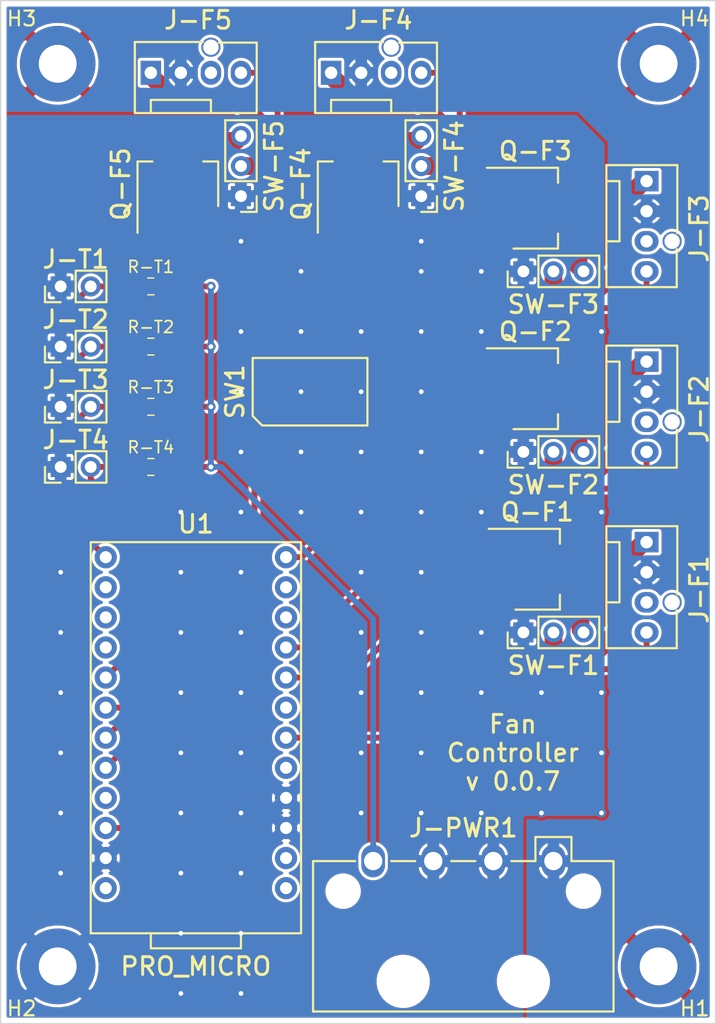
<source format=kicad_pcb>
(kicad_pcb (version 20171130) (host pcbnew "(5.1.2)-2")
  (layers (0 F.Cu signal) (31 B.Cu signal) (34 B.Paste user hide) (35 F.Paste user hide) (36 B.SilkS user) (37 F.SilkS user) (38 B.Mask user hide) (39 F.Mask user hide) (44 Edge.Cuts user))
  (net 0 "")
  (net 1 GND)
  (net 2 /12V)
  (net 3 /RESET)
  (net 4 /F1-5V)
  (net 5 /F2-5V)
  (net 6 /F3-5V)
  (net 7 /F4-5V)
  (net 8 /F5-5V)
  (net 9 /F1-GND)
  (net 10 /F2-GND)
  (net 11 /F3-GND)
  (net 12 /F4-GND)
  (net 13 /F5-GND)
  (net 14 /F1-12V)
  (net 15 /F2-12V)
  (net 16 /F3-12V)
  (net 17 /F4-12V)
  (net 18 /F5-12V)
  (net 19 /T1)
  (net 20 /T2)
  (net 21 /T3)
  (net 22 /T4)
  (net 23 /5V)
  (module footprints:Reset_Button (layer F.Cu) (at 130.302 104.14)
    (fp_text reference SW1 (at -6.35 0 90) (layer F.SilkS) (effects (font (size 1.5 1.5) (thickness 0.25))))
    (fp_text value RESET_SWITCH)
    (fp_line (start 4.85 2.85) (end -4.05 2.85) (layer F.SilkS) (width 0.1875))
    (fp_line (start 4.85 -2.85) (end 4.85 2.85) (layer F.SilkS) (width 0.1875))
    (fp_line (start -4.85 -2.85) (end 4.85 -2.85) (layer F.SilkS) (width 0.1875))
    (fp_line (start -4.85 2.05) (end -4.85 -2.85) (layer F.SilkS) (width 0.1875))
    (fp_line (start -4.05 2.85) (end -4.85 2.05) (layer F.SilkS) (width 0.1875))
    (pad 4 smd rect (at 3.1 1.6) (size 2.5 1.5) (layers F.Cu F.Paste F.Mask) (net 1 GND))
    (pad 2 smd rect (at 3.1 -1.6) (size 2.5 1.5) (layers F.Cu F.Paste F.Mask) (net 1 GND))
    (pad 3 smd rect (at -3.1 1.6) (size 2.5 1.5) (layers F.Cu F.Paste F.Mask) (net 3 /RESET))
    (pad 1 smd rect (at -3.1 -1.6) (size 2.5 1.5) (layers F.Cu F.Paste F.Mask) (net 3 /RESET))
  )
  (module footprints:PinHeader_1x02_P2.54mm_Vertical (layer F.Cu) (at 109.22 110.49 90)
    (fp_text reference J-T4 (at 2.286 1.27 180) (layer F.SilkS) (effects (font (size 1.5 1.5) (thickness 0.25))))
    (fp_text value Conn_01x02_Male)
    (fp_line (start -1.33 -1.33) (end 0 -1.33) (layer F.SilkS) (width 0.1875))
    (fp_line (start -1.33 0) (end -1.33 -1.33) (layer F.SilkS) (width 0.1875))
    (fp_line (start -1.33 1.27) (end 1.33 1.27) (layer F.SilkS) (width 0.1875))
    (fp_line (start 1.33 1.27) (end 1.33 3.87) (layer F.SilkS) (width 0.1875))
    (fp_line (start -1.33 1.27) (end -1.33 3.87) (layer F.SilkS) (width 0.1875))
    (fp_line (start -1.33 3.87) (end 1.33 3.87) (layer F.SilkS) (width 0.1875))
    (pad 2 thru_hole oval (at 0 2.54 90) (size 1.7 1.7) (drill 1) (layers *.Cu *.Mask) (net 22 /T4))
    (pad 1 thru_hole rect (at 0 0 90) (size 1.7 1.7) (drill 1) (layers *.Cu *.Mask) (net 1 GND))
  )
  (module footprints:Molex (layer F.Cu) (at 143.256 143.764 180)
    (fp_text reference J-PWR1 (at 0 2.794) (layer F.SilkS) (effects (font (size 1.5 1.5) (thickness 0.25))))
    (fp_text value Conn_01x04_Female)
    (fp_line (start -4.064 0) (end -6.096 0) (layer F.SilkS) (width 0.1875))
    (fp_line (start 1.016 0) (end -1.016 0) (layer F.SilkS) (width 0.1875))
    (fp_line (start 6.096 0) (end 4.064 0) (layer F.SilkS) (width 0.1875))
    (fp_line (start 12.7 0) (end 9.144 0) (layer F.SilkS) (width 0.1875))
    (fp_line (start -12.7 -12.7) (end 12.7 -12.7) (layer F.SilkS) (width 0.1875))
    (fp_line (start -9.144 0) (end -12.7 0) (layer F.SilkS) (width 0.1875))
    (fp_line (start 12.7 -12.7) (end 12.7 0) (layer F.SilkS) (width 0.1875))
    (fp_line (start -12.7 0) (end -12.7 -12.7) (layer F.SilkS) (width 0.1875))
    (fp_line (start -6.096 0) (end -6.096 2.032) (layer F.SilkS) (width 0.1875))
    (fp_line (start -9.144 2.032) (end -9.144 0) (layer F.SilkS) (width 0.1875))
    (fp_line (start -6.096 2.032) (end -9.144 2.032) (layer F.SilkS) (width 0.1875))
    (pad "" np_thru_hole circle (at -5.08 -10.16 180) (size 4 4) (drill 4) (layers *.Cu *.Mask))
    (pad "" np_thru_hole circle (at 5.08 -10.16 180) (size 4 4) (drill 4) (layers *.Cu *.Mask))
    (pad "" np_thru_hole circle (at -10.16 -2.54 180) (size 2.5 2.5) (drill 2.5) (layers *.Cu *.Mask))
    (pad "" np_thru_hole circle (at 10.16 -2.54 180) (size 2.5 2.5) (drill 2.5) (layers *.Cu *.Mask))
    (pad 4 thru_hole oval (at 7.62 0 180) (size 2 2.75) (drill 1.55) (layers *.Cu *.Mask) (net 23 /5V))
    (pad 3 thru_hole oval (at 2.54 0 180) (size 2 2.75) (drill 1.55) (layers *.Cu *.Mask) (net 1 GND))
    (pad 2 thru_hole oval (at -2.54 0 180) (size 2 2.75) (drill 1.55) (layers *.Cu *.Mask) (net 1 GND))
    (pad 1 thru_hole oval (at -7.62 0 180) (size 2 2.75) (drill 1.55) (layers *.Cu *.Mask) (net 2 /12V))
  )
  (module footprints:FanPinHeader_1x04_P2.54mm_Vertical (layer F.Cu) (at 158.75 86.36 270)
    (fp_text reference J-F3 (at 4 -4.445 90) (layer F.SilkS) (effects (font (size 1.5 1.5) (thickness 0.25))))
    (fp_text value Conn_01x04_Male)
    (fp_line (start 5.08 2.29) (end 5.08 3.3) (layer F.SilkS) (width 0.1875))
    (fp_line (start 0 2.29) (end 5.08 2.29) (layer F.SilkS) (width 0.1875))
    (fp_line (start 0 3.3) (end 0 2.29) (layer F.SilkS) (width 0.1875))
    (fp_line (start -1.35 3.4) (end -1.35 -2.6) (layer F.SilkS) (width 0.1875))
    (fp_line (start 8.95 3.4) (end -1.35 3.4) (layer F.SilkS) (width 0.1875))
    (fp_line (start 8.95 -2.55) (end 8.95 3.4) (layer F.SilkS) (width 0.1875))
    (fp_line (start 5.75 -2.55) (end 8.95 -2.55) (layer F.SilkS) (width 0.1875))
    (fp_line (start -1.35 -2.6) (end 4.4 -2.6) (layer F.SilkS) (width 0.1875))
    (pad "" thru_hole circle (at 5.08 -2.16) (size 1.625 1.625) (drill 1.3) (layers *.Cu *.Mask))
    (pad 4 thru_hole oval (at 7.62 0) (size 2.03 1.73) (drill 1.05) (layers *.Cu *.Mask) (net 6 /F3-5V))
    (pad 3 thru_hole oval (at 5.08 0) (size 2.03 1.73) (drill 1.05) (layers *.Cu *.Mask))
    (pad 2 thru_hole oval (at 2.54 0) (size 2.03 1.73) (drill 1.05) (layers *.Cu *.Mask) (net 2 /12V))
    (pad 1 thru_hole rect (at 0 0) (size 2.03 1.73) (drill 1.05) (layers *.Cu *.Mask) (net 11 /F3-GND))
  )
  (module Resistor_SMD:R_0805_2012Metric_Pad1.15x1.40mm_HandSolder (layer F.Cu) (at 116.84 110.49)
    (fp_text reference R-T4 (at 0 -1.65) (layer F.SilkS))
    (fp_text value R)
    (fp_line (start -0.261252 0.71) (end 0.261252 0.71) (layer F.SilkS) (width 0.12))
    (fp_line (start -0.261252 -0.71) (end 0.261252 -0.71) (layer F.SilkS) (width 0.12))
    (pad 2 smd roundrect (at 1.025 0) (size 1.15 1.4) (layers F.Cu F.Paste F.Mask) (roundrect_rratio 0.217391) (net 23 /5V))
    (pad 1 smd roundrect (at -1.025 0) (size 1.15 1.4) (layers F.Cu F.Paste F.Mask) (roundrect_rratio 0.217391) (net 22 /T4))
  )
  (module Resistor_SMD:R_0805_2012Metric_Pad1.15x1.40mm_HandSolder (layer F.Cu) (at 116.84 105.41)
    (fp_text reference R-T3 (at 0 -1.65) (layer F.SilkS))
    (fp_text value R)
    (fp_line (start -0.261252 0.71) (end 0.261252 0.71) (layer F.SilkS) (width 0.12))
    (fp_line (start -0.261252 -0.71) (end 0.261252 -0.71) (layer F.SilkS) (width 0.12))
    (pad 2 smd roundrect (at 1.025 0) (size 1.15 1.4) (layers F.Cu F.Paste F.Mask) (roundrect_rratio 0.217391) (net 23 /5V))
    (pad 1 smd roundrect (at -1.025 0) (size 1.15 1.4) (layers F.Cu F.Paste F.Mask) (roundrect_rratio 0.217391) (net 21 /T3))
  )
  (module Resistor_SMD:R_0805_2012Metric_Pad1.15x1.40mm_HandSolder (layer F.Cu) (at 116.84 100.33)
    (fp_text reference R-T2 (at 0 -1.65) (layer F.SilkS))
    (fp_text value R)
    (fp_line (start -0.261252 0.71) (end 0.261252 0.71) (layer F.SilkS) (width 0.12))
    (fp_line (start -0.261252 -0.71) (end 0.261252 -0.71) (layer F.SilkS) (width 0.12))
    (pad 2 smd roundrect (at 1.025 0) (size 1.15 1.4) (layers F.Cu F.Paste F.Mask) (roundrect_rratio 0.217391) (net 23 /5V))
    (pad 1 smd roundrect (at -1.025 0) (size 1.15 1.4) (layers F.Cu F.Paste F.Mask) (roundrect_rratio 0.217391) (net 20 /T2))
  )
  (module Resistor_SMD:R_0805_2012Metric_Pad1.15x1.40mm_HandSolder (layer F.Cu) (at 116.84 95.25)
    (fp_text reference R-T1 (at 0 -1.65) (layer F.SilkS))
    (fp_text value R)
    (fp_line (start -0.261252 0.71) (end 0.261252 0.71) (layer F.SilkS) (width 0.12))
    (fp_line (start -0.261252 -0.71) (end 0.261252 -0.71) (layer F.SilkS) (width 0.12))
    (pad 2 smd roundrect (at 1.025 0) (size 1.15 1.4) (layers F.Cu F.Paste F.Mask) (roundrect_rratio 0.217391) (net 23 /5V))
    (pad 1 smd roundrect (at -1.025 0) (size 1.15 1.4) (layers F.Cu F.Paste F.Mask) (roundrect_rratio 0.217391) (net 19 /T1))
  )
  (module footprints:PinHeader_1x02_P2.54mm_Vertical (layer F.Cu) (at 109.22 105.41 90)
    (fp_text reference J-T3 (at 2.286 1.27 180) (layer F.SilkS) (effects (font (size 1.5 1.5) (thickness 0.25))))
    (fp_text value Conn_01x02_Male)
    (fp_line (start -1.33 -1.33) (end 0 -1.33) (layer F.SilkS) (width 0.1875))
    (fp_line (start -1.33 0) (end -1.33 -1.33) (layer F.SilkS) (width 0.1875))
    (fp_line (start -1.33 1.27) (end 1.33 1.27) (layer F.SilkS) (width 0.1875))
    (fp_line (start 1.33 1.27) (end 1.33 3.87) (layer F.SilkS) (width 0.1875))
    (fp_line (start -1.33 1.27) (end -1.33 3.87) (layer F.SilkS) (width 0.1875))
    (fp_line (start -1.33 3.87) (end 1.33 3.87) (layer F.SilkS) (width 0.1875))
    (pad 2 thru_hole oval (at 0 2.54 90) (size 1.7 1.7) (drill 1) (layers *.Cu *.Mask) (net 21 /T3))
    (pad 1 thru_hole rect (at 0 0 90) (size 1.7 1.7) (drill 1) (layers *.Cu *.Mask) (net 1 GND))
  )
  (module footprints:PinHeader_1x02_P2.54mm_Vertical (layer F.Cu) (at 109.22 100.33 90)
    (fp_text reference J-T2 (at 2.286 1.27 180) (layer F.SilkS) (effects (font (size 1.5 1.5) (thickness 0.25))))
    (fp_text value Conn_01x02_Male)
    (fp_line (start -1.33 -1.33) (end 0 -1.33) (layer F.SilkS) (width 0.1875))
    (fp_line (start -1.33 0) (end -1.33 -1.33) (layer F.SilkS) (width 0.1875))
    (fp_line (start -1.33 1.27) (end 1.33 1.27) (layer F.SilkS) (width 0.1875))
    (fp_line (start 1.33 1.27) (end 1.33 3.87) (layer F.SilkS) (width 0.1875))
    (fp_line (start -1.33 1.27) (end -1.33 3.87) (layer F.SilkS) (width 0.1875))
    (fp_line (start -1.33 3.87) (end 1.33 3.87) (layer F.SilkS) (width 0.1875))
    (pad 2 thru_hole oval (at 0 2.54 90) (size 1.7 1.7) (drill 1) (layers *.Cu *.Mask) (net 20 /T2))
    (pad 1 thru_hole rect (at 0 0 90) (size 1.7 1.7) (drill 1) (layers *.Cu *.Mask) (net 1 GND))
  )
  (module footprints:PinHeader_1x02_P2.54mm_Vertical (layer F.Cu) (at 109.22 95.25 90)
    (fp_text reference J-T1 (at 2.286 1.27 180) (layer F.SilkS) (effects (font (size 1.5 1.5) (thickness 0.25))))
    (fp_text value Conn_01x02_Male)
    (fp_line (start -1.33 -1.33) (end 0 -1.33) (layer F.SilkS) (width 0.1875))
    (fp_line (start -1.33 0) (end -1.33 -1.33) (layer F.SilkS) (width 0.1875))
    (fp_line (start -1.33 1.27) (end 1.33 1.27) (layer F.SilkS) (width 0.1875))
    (fp_line (start 1.33 1.27) (end 1.33 3.87) (layer F.SilkS) (width 0.1875))
    (fp_line (start -1.33 1.27) (end -1.33 3.87) (layer F.SilkS) (width 0.1875))
    (fp_line (start -1.33 3.87) (end 1.33 3.87) (layer F.SilkS) (width 0.1875))
    (pad 2 thru_hole oval (at 0 2.54 90) (size 1.7 1.7) (drill 1) (layers *.Cu *.Mask) (net 19 /T1))
    (pad 1 thru_hole rect (at 0 0 90) (size 1.7 1.7) (drill 1) (layers *.Cu *.Mask) (net 1 GND))
  )
  (module Boards:SPARKFUN_PRO_MICRO (layer F.Cu) (at 120.65 133.35 180)
    (fp_text reference U1 (at 0 18.034 180) (layer F.SilkS) (effects (font (size 1.5 1.5) (thickness 0.25))))
    (fp_text value PRO_MICRO (at 0 -19.304) (layer F.SilkS) (effects (font (size 1.5 1.5) (thickness 0.25))))
    (fp_line (start -8.89 -16.51) (end 8.89 -16.51) (layer F.SilkS) (width 0.1875))
    (fp_line (start 8.89 16.51) (end -8.89 16.51) (layer F.SilkS) (width 0.1875))
    (fp_line (start -3.81 -17.78) (end 3.81 -17.78) (layer F.SilkS) (width 0.1875))
    (fp_line (start 3.81 -17.78) (end 3.81 -16.51) (layer F.SilkS) (width 0.1875))
    (fp_line (start -3.81 -17.78) (end -3.81 -16.51) (layer F.SilkS) (width 0.1875))
    (fp_line (start 8.89 -16.51) (end 8.89 16.51) (layer F.SilkS) (width 0.1875))
    (fp_line (start -8.89 -16.51) (end -8.89 16.51) (layer F.SilkS) (width 0.1875))
    (pad 1 thru_hole circle (at -7.62 -12.7 180) (size 1.8796 1.8796) (drill 1.016) (layers *.Cu *.Mask))
    (pad 2 thru_hole circle (at -7.62 -10.16 180) (size 1.8796 1.8796) (drill 1.016) (layers *.Cu *.Mask))
    (pad 3 thru_hole circle (at -7.62 -7.62 180) (size 1.8796 1.8796) (drill 1.016) (layers *.Cu *.Mask) (net 1 GND))
    (pad 4 thru_hole circle (at -7.62 -5.08 180) (size 1.8796 1.8796) (drill 1.016) (layers *.Cu *.Mask) (net 1 GND))
    (pad 5 thru_hole circle (at -7.62 -2.54 180) (size 1.8796 1.8796) (drill 1.016) (layers *.Cu *.Mask))
    (pad 6 thru_hole circle (at -7.62 0 180) (size 1.8796 1.8796) (drill 1.016) (layers *.Cu *.Mask) (net 4 /F1-5V))
    (pad 7 thru_hole circle (at -7.62 2.54 180) (size 1.8796 1.8796) (drill 1.016) (layers *.Cu *.Mask))
    (pad 8 thru_hole circle (at -7.62 5.08 180) (size 1.8796 1.8796) (drill 1.016) (layers *.Cu *.Mask) (net 5 /F2-5V))
    (pad 9 thru_hole circle (at -7.62 7.62 180) (size 1.8796 1.8796) (drill 1.016) (layers *.Cu *.Mask) (net 6 /F3-5V))
    (pad 10 thru_hole circle (at -7.62 10.16 180) (size 1.8796 1.8796) (drill 1.016) (layers *.Cu *.Mask))
    (pad 11 thru_hole circle (at -7.62 12.7 180) (size 1.8796 1.8796) (drill 1.016) (layers *.Cu *.Mask))
    (pad 12 thru_hole circle (at -7.62 15.24 180) (size 1.8796 1.8796) (drill 1.016) (layers *.Cu *.Mask) (net 7 /F4-5V))
    (pad 13 thru_hole circle (at 7.62 15.24 180) (size 1.8796 1.8796) (drill 1.016) (layers *.Cu *.Mask) (net 8 /F5-5V))
    (pad 14 thru_hole circle (at 7.62 12.7 180) (size 1.8796 1.8796) (drill 1.016) (layers *.Cu *.Mask))
    (pad 15 thru_hole circle (at 7.62 10.16 180) (size 1.8796 1.8796) (drill 1.016) (layers *.Cu *.Mask))
    (pad 16 thru_hole circle (at 7.62 7.62 180) (size 1.8796 1.8796) (drill 1.016) (layers *.Cu *.Mask))
    (pad 17 thru_hole circle (at 7.62 5.08 180) (size 1.8796 1.8796) (drill 1.016) (layers *.Cu *.Mask) (net 19 /T1))
    (pad 18 thru_hole circle (at 7.62 2.54 180) (size 1.8796 1.8796) (drill 1.016) (layers *.Cu *.Mask) (net 20 /T2))
    (pad 19 thru_hole circle (at 7.62 0 180) (size 1.8796 1.8796) (drill 1.016) (layers *.Cu *.Mask) (net 21 /T3))
    (pad 20 thru_hole circle (at 7.62 -2.54 180) (size 1.8796 1.8796) (drill 1.016) (layers *.Cu *.Mask) (net 22 /T4))
    (pad 21 thru_hole circle (at 7.62 -5.08 180) (size 1.8796 1.8796) (drill 1.016) (layers *.Cu *.Mask))
    (pad 22 thru_hole circle (at 7.62 -7.62 180) (size 1.8796 1.8796) (drill 1.016) (layers *.Cu *.Mask) (net 3 /RESET))
    (pad 23 thru_hole circle (at 7.62 -10.16 180) (size 1.8796 1.8796) (drill 1.016) (layers *.Cu *.Mask) (net 1 GND))
    (pad 24 thru_hole circle (at 7.62 -12.7 180) (size 1.8796 1.8796) (drill 1.016) (layers *.Cu *.Mask))
  )
  (module footprints:PinHeader_1x03_P2.54mm_Vertical (layer F.Cu) (at 124.46 87.63 180)
    (fp_text reference SW-F5 (at -2.794 2.54 90) (layer F.SilkS) (effects (font (size 1.5 1.5) (thickness 0.25))))
    (fp_text value SW_SPDT)
    (fp_line (start -1.33 -1.33) (end 0 -1.33) (layer F.SilkS) (width 0.1875))
    (fp_line (start -1.33 0) (end -1.33 -1.33) (layer F.SilkS) (width 0.1875))
    (fp_line (start -1.33 1.27) (end 1.33 1.27) (layer F.SilkS) (width 0.1875))
    (fp_line (start 1.33 1.27) (end 1.33 6.41) (layer F.SilkS) (width 0.1875))
    (fp_line (start -1.33 1.27) (end -1.33 6.41) (layer F.SilkS) (width 0.1875))
    (fp_line (start -1.33 6.41) (end 1.33 6.41) (layer F.SilkS) (width 0.1875))
    (pad 3 thru_hole oval (at 0 5.08 180) (size 1.7 1.7) (drill 1) (layers *.Cu *.Mask) (net 18 /F5-12V))
    (pad 2 thru_hole oval (at 0 2.54 180) (size 1.7 1.7) (drill 1) (layers *.Cu *.Mask) (net 13 /F5-GND))
    (pad 1 thru_hole rect (at 0 0 180) (size 1.7 1.7) (drill 1) (layers *.Cu *.Mask) (net 1 GND))
  )
  (module footprints:PinHeader_1x03_P2.54mm_Vertical (layer F.Cu) (at 139.7 87.63 180)
    (fp_text reference SW-F4 (at -2.794 2.54 90) (layer F.SilkS) (effects (font (size 1.5 1.5) (thickness 0.25))))
    (fp_text value SW_SPDT)
    (fp_line (start -1.33 -1.33) (end 0 -1.33) (layer F.SilkS) (width 0.1875))
    (fp_line (start -1.33 0) (end -1.33 -1.33) (layer F.SilkS) (width 0.1875))
    (fp_line (start -1.33 1.27) (end 1.33 1.27) (layer F.SilkS) (width 0.1875))
    (fp_line (start 1.33 1.27) (end 1.33 6.41) (layer F.SilkS) (width 0.1875))
    (fp_line (start -1.33 1.27) (end -1.33 6.41) (layer F.SilkS) (width 0.1875))
    (fp_line (start -1.33 6.41) (end 1.33 6.41) (layer F.SilkS) (width 0.1875))
    (pad 3 thru_hole oval (at 0 5.08 180) (size 1.7 1.7) (drill 1) (layers *.Cu *.Mask) (net 17 /F4-12V))
    (pad 2 thru_hole oval (at 0 2.54 180) (size 1.7 1.7) (drill 1) (layers *.Cu *.Mask) (net 12 /F4-GND))
    (pad 1 thru_hole rect (at 0 0 180) (size 1.7 1.7) (drill 1) (layers *.Cu *.Mask) (net 1 GND))
  )
  (module footprints:PinHeader_1x03_P2.54mm_Vertical (layer F.Cu) (at 148.336 93.98 90)
    (fp_text reference SW-F3 (at -2.794 2.54 180) (layer F.SilkS) (effects (font (size 1.5 1.5) (thickness 0.25))))
    (fp_text value SW_SPDT)
    (fp_line (start -1.33 -1.33) (end 0 -1.33) (layer F.SilkS) (width 0.1875))
    (fp_line (start -1.33 0) (end -1.33 -1.33) (layer F.SilkS) (width 0.1875))
    (fp_line (start -1.33 1.27) (end 1.33 1.27) (layer F.SilkS) (width 0.1875))
    (fp_line (start 1.33 1.27) (end 1.33 6.41) (layer F.SilkS) (width 0.1875))
    (fp_line (start -1.33 1.27) (end -1.33 6.41) (layer F.SilkS) (width 0.1875))
    (fp_line (start -1.33 6.41) (end 1.33 6.41) (layer F.SilkS) (width 0.1875))
    (pad 3 thru_hole oval (at 0 5.08 90) (size 1.7 1.7) (drill 1) (layers *.Cu *.Mask) (net 16 /F3-12V))
    (pad 2 thru_hole oval (at 0 2.54 90) (size 1.7 1.7) (drill 1) (layers *.Cu *.Mask) (net 11 /F3-GND))
    (pad 1 thru_hole rect (at 0 0 90) (size 1.7 1.7) (drill 1) (layers *.Cu *.Mask) (net 1 GND))
  )
  (module footprints:PinHeader_1x03_P2.54mm_Vertical (layer F.Cu) (at 148.336 109.22 90)
    (fp_text reference SW-F2 (at -2.794 2.54 180) (layer F.SilkS) (effects (font (size 1.5 1.5) (thickness 0.25))))
    (fp_text value SW_SPDT)
    (fp_line (start -1.33 -1.33) (end 0 -1.33) (layer F.SilkS) (width 0.1875))
    (fp_line (start -1.33 0) (end -1.33 -1.33) (layer F.SilkS) (width 0.1875))
    (fp_line (start -1.33 1.27) (end 1.33 1.27) (layer F.SilkS) (width 0.1875))
    (fp_line (start 1.33 1.27) (end 1.33 6.41) (layer F.SilkS) (width 0.1875))
    (fp_line (start -1.33 1.27) (end -1.33 6.41) (layer F.SilkS) (width 0.1875))
    (fp_line (start -1.33 6.41) (end 1.33 6.41) (layer F.SilkS) (width 0.1875))
    (pad 3 thru_hole oval (at 0 5.08 90) (size 1.7 1.7) (drill 1) (layers *.Cu *.Mask) (net 15 /F2-12V))
    (pad 2 thru_hole oval (at 0 2.54 90) (size 1.7 1.7) (drill 1) (layers *.Cu *.Mask) (net 10 /F2-GND))
    (pad 1 thru_hole rect (at 0 0 90) (size 1.7 1.7) (drill 1) (layers *.Cu *.Mask) (net 1 GND))
  )
  (module footprints:PinHeader_1x03_P2.54mm_Vertical (layer F.Cu) (at 148.336 124.46 90)
    (fp_text reference SW-F1 (at -2.794 2.54 180) (layer F.SilkS) (effects (font (size 1.5 1.5) (thickness 0.25))))
    (fp_text value SW_SPDT)
    (fp_line (start -1.33 -1.33) (end 0 -1.33) (layer F.SilkS) (width 0.1875))
    (fp_line (start -1.33 0) (end -1.33 -1.33) (layer F.SilkS) (width 0.1875))
    (fp_line (start -1.33 1.27) (end 1.33 1.27) (layer F.SilkS) (width 0.1875))
    (fp_line (start 1.33 1.27) (end 1.33 6.41) (layer F.SilkS) (width 0.1875))
    (fp_line (start -1.33 1.27) (end -1.33 6.41) (layer F.SilkS) (width 0.1875))
    (fp_line (start -1.33 6.41) (end 1.33 6.41) (layer F.SilkS) (width 0.1875))
    (pad 3 thru_hole oval (at 0 5.08 90) (size 1.7 1.7) (drill 1) (layers *.Cu *.Mask) (net 14 /F1-12V))
    (pad 2 thru_hole oval (at 0 2.54 90) (size 1.7 1.7) (drill 1) (layers *.Cu *.Mask) (net 9 /F1-GND))
    (pad 1 thru_hole rect (at 0 0 90) (size 1.7 1.7) (drill 1) (layers *.Cu *.Mask) (net 1 GND))
  )
  (module footprints:FanPinHeader_1x04_P2.54mm_Vertical (layer F.Cu) (at 116.84 77.216)
    (fp_text reference J-F5 (at 4 -4.445) (layer F.SilkS) (effects (font (size 1.5 1.5) (thickness 0.25))))
    (fp_text value Conn_01x04_Male)
    (fp_line (start 5.08 2.29) (end 5.08 3.3) (layer F.SilkS) (width 0.1875))
    (fp_line (start 0 2.29) (end 5.08 2.29) (layer F.SilkS) (width 0.1875))
    (fp_line (start 0 3.3) (end 0 2.29) (layer F.SilkS) (width 0.1875))
    (fp_line (start -1.35 3.4) (end -1.35 -2.6) (layer F.SilkS) (width 0.1875))
    (fp_line (start 8.95 3.4) (end -1.35 3.4) (layer F.SilkS) (width 0.1875))
    (fp_line (start 8.95 -2.55) (end 8.95 3.4) (layer F.SilkS) (width 0.1875))
    (fp_line (start 5.75 -2.55) (end 8.95 -2.55) (layer F.SilkS) (width 0.1875))
    (fp_line (start -1.35 -2.6) (end 4.4 -2.6) (layer F.SilkS) (width 0.1875))
    (pad "" thru_hole circle (at 5.08 -2.16 90) (size 1.625 1.625) (drill 1.3) (layers *.Cu *.Mask))
    (pad 4 thru_hole oval (at 7.62 0 90) (size 2.03 1.73) (drill 1.05) (layers *.Cu *.Mask) (net 8 /F5-5V))
    (pad 3 thru_hole oval (at 5.08 0 90) (size 2.03 1.73) (drill 1.05) (layers *.Cu *.Mask))
    (pad 2 thru_hole oval (at 2.54 0 90) (size 2.03 1.73) (drill 1.05) (layers *.Cu *.Mask) (net 2 /12V))
    (pad 1 thru_hole rect (at 0 0 90) (size 2.03 1.73) (drill 1.05) (layers *.Cu *.Mask) (net 13 /F5-GND))
  )
  (module footprints:FanPinHeader_1x04_P2.54mm_Vertical (layer F.Cu) (at 132.08 77.216)
    (fp_text reference J-F4 (at 4 -4.445) (layer F.SilkS) (effects (font (size 1.5 1.5) (thickness 0.25))))
    (fp_text value Conn_01x04_Male)
    (fp_line (start 5.08 2.29) (end 5.08 3.3) (layer F.SilkS) (width 0.1875))
    (fp_line (start 0 2.29) (end 5.08 2.29) (layer F.SilkS) (width 0.1875))
    (fp_line (start 0 3.3) (end 0 2.29) (layer F.SilkS) (width 0.1875))
    (fp_line (start -1.35 3.4) (end -1.35 -2.6) (layer F.SilkS) (width 0.1875))
    (fp_line (start 8.95 3.4) (end -1.35 3.4) (layer F.SilkS) (width 0.1875))
    (fp_line (start 8.95 -2.55) (end 8.95 3.4) (layer F.SilkS) (width 0.1875))
    (fp_line (start 5.75 -2.55) (end 8.95 -2.55) (layer F.SilkS) (width 0.1875))
    (fp_line (start -1.35 -2.6) (end 4.4 -2.6) (layer F.SilkS) (width 0.1875))
    (pad "" thru_hole circle (at 5.08 -2.16 90) (size 1.625 1.625) (drill 1.3) (layers *.Cu *.Mask))
    (pad 4 thru_hole oval (at 7.62 0 90) (size 2.03 1.73) (drill 1.05) (layers *.Cu *.Mask) (net 7 /F4-5V))
    (pad 3 thru_hole oval (at 5.08 0 90) (size 2.03 1.73) (drill 1.05) (layers *.Cu *.Mask))
    (pad 2 thru_hole oval (at 2.54 0 90) (size 2.03 1.73) (drill 1.05) (layers *.Cu *.Mask) (net 2 /12V))
    (pad 1 thru_hole rect (at 0 0 90) (size 2.03 1.73) (drill 1.05) (layers *.Cu *.Mask) (net 12 /F4-GND))
  )
  (module footprints:FanPinHeader_1x04_P2.54mm_Vertical (layer F.Cu) (at 158.75 101.6 270)
    (fp_text reference J-F2 (at 4 -4.445 90) (layer F.SilkS) (effects (font (size 1.5 1.5) (thickness 0.25))))
    (fp_text value Conn_01x04_Male)
    (fp_line (start 5.08 2.29) (end 5.08 3.3) (layer F.SilkS) (width 0.1875))
    (fp_line (start 0 2.29) (end 5.08 2.29) (layer F.SilkS) (width 0.1875))
    (fp_line (start 0 3.3) (end 0 2.29) (layer F.SilkS) (width 0.1875))
    (fp_line (start -1.35 3.4) (end -1.35 -2.6) (layer F.SilkS) (width 0.1875))
    (fp_line (start 8.95 3.4) (end -1.35 3.4) (layer F.SilkS) (width 0.1875))
    (fp_line (start 8.95 -2.55) (end 8.95 3.4) (layer F.SilkS) (width 0.1875))
    (fp_line (start 5.75 -2.55) (end 8.95 -2.55) (layer F.SilkS) (width 0.1875))
    (fp_line (start -1.35 -2.6) (end 4.4 -2.6) (layer F.SilkS) (width 0.1875))
    (pad "" thru_hole circle (at 5.08 -2.16) (size 1.625 1.625) (drill 1.3) (layers *.Cu *.Mask))
    (pad 4 thru_hole oval (at 7.62 0) (size 2.03 1.73) (drill 1.05) (layers *.Cu *.Mask) (net 5 /F2-5V))
    (pad 3 thru_hole oval (at 5.08 0) (size 2.03 1.73) (drill 1.05) (layers *.Cu *.Mask))
    (pad 2 thru_hole oval (at 2.54 0) (size 2.03 1.73) (drill 1.05) (layers *.Cu *.Mask) (net 2 /12V))
    (pad 1 thru_hole rect (at 0 0) (size 2.03 1.73) (drill 1.05) (layers *.Cu *.Mask) (net 10 /F2-GND))
  )
  (module footprints:FanPinHeader_1x04_P2.54mm_Vertical (layer F.Cu) (at 158.75 116.84 270)
    (fp_text reference J-F1 (at 4 -4.445 90) (layer F.SilkS) (effects (font (size 1.5 1.5) (thickness 0.25))))
    (fp_text value Conn_01x04_Male)
    (fp_line (start 5.08 2.29) (end 5.08 3.3) (layer F.SilkS) (width 0.1875))
    (fp_line (start 0 2.29) (end 5.08 2.29) (layer F.SilkS) (width 0.1875))
    (fp_line (start 0 3.3) (end 0 2.29) (layer F.SilkS) (width 0.1875))
    (fp_line (start -1.35 3.4) (end -1.35 -2.6) (layer F.SilkS) (width 0.1875))
    (fp_line (start 8.95 3.4) (end -1.35 3.4) (layer F.SilkS) (width 0.1875))
    (fp_line (start 8.95 -2.55) (end 8.95 3.4) (layer F.SilkS) (width 0.1875))
    (fp_line (start 5.75 -2.55) (end 8.95 -2.55) (layer F.SilkS) (width 0.1875))
    (fp_line (start -1.35 -2.6) (end 4.4 -2.6) (layer F.SilkS) (width 0.1875))
    (pad "" thru_hole circle (at 5.08 -2.16) (size 1.625 1.625) (drill 1.3) (layers *.Cu *.Mask))
    (pad 4 thru_hole oval (at 7.62 0) (size 2.03 1.73) (drill 1.05) (layers *.Cu *.Mask) (net 4 /F1-5V))
    (pad 3 thru_hole oval (at 5.08 0) (size 2.03 1.73) (drill 1.05) (layers *.Cu *.Mask))
    (pad 2 thru_hole oval (at 2.54 0) (size 2.03 1.73) (drill 1.05) (layers *.Cu *.Mask) (net 2 /12V))
    (pad 1 thru_hole rect (at 0 0) (size 2.03 1.73) (drill 1.05) (layers *.Cu *.Mask) (net 9 /F1-GND))
  )
  (module footprints:SOT-223 (layer F.Cu) (at 149.512 119.126)
    (fp_text reference Q-F1 (at 0 -4.826) (layer F.SilkS) (effects (font (size 1.5 1.5) (thickness 0.25))))
    (fp_text value Q_NMOS_GDSD)
    (fp_line (start -4.1 -3.41) (end 1.91 -3.41) (layer F.SilkS) (width 0.1875))
    (fp_line (start -1.85 3.41) (end 1.91 3.41) (layer F.SilkS) (width 0.1875))
    (fp_line (start 1.91 -3.41) (end 1.91 -2.15) (layer F.SilkS) (width 0.1875))
    (fp_line (start 1.91 3.41) (end 1.91 2.15) (layer F.SilkS) (width 0.1875))
    (pad 1 smd rect (at -3.65 -2.3) (size 3 1.5) (layers F.Cu F.Paste F.Mask) (net 4 /F1-5V))
    (pad 3 smd rect (at -3.65 2.3) (size 3 1.5) (layers F.Cu F.Paste F.Mask) (net 1 GND))
    (pad 2 smd rect (at -3.65 0) (size 3 1.5) (layers F.Cu F.Paste F.Mask) (net 14 /F1-12V))
    (pad 4 smd rect (at 3.65 0) (size 3 3.8) (layers F.Cu F.Paste F.Mask) (net 14 /F1-12V))
  )
  (module footprints:SOT-223 (layer F.Cu) (at 149.352 103.886)
    (fp_text reference Q-F2 (at 0 -4.826) (layer F.SilkS) (effects (font (size 1.5 1.5) (thickness 0.25))))
    (fp_text value Q_NMOS_GDSD)
    (fp_line (start -4.1 -3.41) (end 1.91 -3.41) (layer F.SilkS) (width 0.1875))
    (fp_line (start -1.85 3.41) (end 1.91 3.41) (layer F.SilkS) (width 0.1875))
    (fp_line (start 1.91 -3.41) (end 1.91 -2.15) (layer F.SilkS) (width 0.1875))
    (fp_line (start 1.91 3.41) (end 1.91 2.15) (layer F.SilkS) (width 0.1875))
    (pad 1 smd rect (at -3.65 -2.3) (size 3 1.5) (layers F.Cu F.Paste F.Mask) (net 5 /F2-5V))
    (pad 3 smd rect (at -3.65 2.3) (size 3 1.5) (layers F.Cu F.Paste F.Mask) (net 1 GND))
    (pad 2 smd rect (at -3.65 0) (size 3 1.5) (layers F.Cu F.Paste F.Mask) (net 15 /F2-12V))
    (pad 4 smd rect (at 3.65 0) (size 3 3.8) (layers F.Cu F.Paste F.Mask) (net 15 /F2-12V))
  )
  (module footprints:SOT-223 (layer F.Cu) (at 119.126 86.614 90)
    (fp_text reference Q-F5 (at 0 -4.826 90) (layer F.SilkS) (effects (font (size 1.5 1.5) (thickness 0.25))))
    (fp_text value Q_NMOS_GDSD)
    (fp_line (start -4.1 -3.41) (end 1.91 -3.41) (layer F.SilkS) (width 0.1875))
    (fp_line (start -1.85 3.41) (end 1.91 3.41) (layer F.SilkS) (width 0.1875))
    (fp_line (start 1.91 -3.41) (end 1.91 -2.15) (layer F.SilkS) (width 0.1875))
    (fp_line (start 1.91 3.41) (end 1.91 2.15) (layer F.SilkS) (width 0.1875))
    (pad 1 smd rect (at -3.65 -2.3 90) (size 3 1.5) (layers F.Cu F.Paste F.Mask) (net 8 /F5-5V))
    (pad 3 smd rect (at -3.65 2.3 90) (size 3 1.5) (layers F.Cu F.Paste F.Mask) (net 1 GND))
    (pad 2 smd rect (at -3.65 0 90) (size 3 1.5) (layers F.Cu F.Paste F.Mask) (net 18 /F5-12V))
    (pad 4 smd rect (at 3.65 0 90) (size 3 3.8) (layers F.Cu F.Paste F.Mask) (net 18 /F5-12V))
  )
  (module footprints:SOT-223 (layer F.Cu) (at 149.352 88.646)
    (fp_text reference Q-F3 (at 0 -4.826) (layer F.SilkS) (effects (font (size 1.5 1.5) (thickness 0.25))))
    (fp_text value Q_NMOS_GDSD)
    (fp_line (start -4.1 -3.41) (end 1.91 -3.41) (layer F.SilkS) (width 0.1875))
    (fp_line (start -1.85 3.41) (end 1.91 3.41) (layer F.SilkS) (width 0.1875))
    (fp_line (start 1.91 -3.41) (end 1.91 -2.15) (layer F.SilkS) (width 0.1875))
    (fp_line (start 1.91 3.41) (end 1.91 2.15) (layer F.SilkS) (width 0.1875))
    (pad 1 smd rect (at -3.65 -2.3) (size 3 1.5) (layers F.Cu F.Paste F.Mask) (net 6 /F3-5V))
    (pad 3 smd rect (at -3.65 2.3) (size 3 1.5) (layers F.Cu F.Paste F.Mask) (net 1 GND))
    (pad 2 smd rect (at -3.65 0) (size 3 1.5) (layers F.Cu F.Paste F.Mask) (net 16 /F3-12V))
    (pad 4 smd rect (at 3.65 0) (size 3 3.8) (layers F.Cu F.Paste F.Mask) (net 16 /F3-12V))
  )
  (module footprints:SOT-223 (layer F.Cu) (at 134.366 86.614 90)
    (fp_text reference Q-F4 (at 0 -4.826 90) (layer F.SilkS) (effects (font (size 1.5 1.5) (thickness 0.25))))
    (fp_text value Q_NMOS_GDSD)
    (fp_line (start -4.1 -3.41) (end 1.91 -3.41) (layer F.SilkS) (width 0.1875))
    (fp_line (start -1.85 3.41) (end 1.91 3.41) (layer F.SilkS) (width 0.1875))
    (fp_line (start 1.91 -3.41) (end 1.91 -2.15) (layer F.SilkS) (width 0.1875))
    (fp_line (start 1.91 3.41) (end 1.91 2.15) (layer F.SilkS) (width 0.1875))
    (pad 1 smd rect (at -3.65 -2.3 90) (size 3 1.5) (layers F.Cu F.Paste F.Mask) (net 7 /F4-5V))
    (pad 3 smd rect (at -3.65 2.3 90) (size 3 1.5) (layers F.Cu F.Paste F.Mask) (net 1 GND))
    (pad 2 smd rect (at -3.65 0 90) (size 3 1.5) (layers F.Cu F.Paste F.Mask) (net 17 /F4-12V))
    (pad 4 smd rect (at 3.65 0 90) (size 3 3.8) (layers F.Cu F.Paste F.Mask) (net 17 /F4-12V))
  )
  (module footprints:MountingHole_3.2mm_M3_Pad (layer F.Cu) (at 159.766 76.454)
    (fp_text reference H4 (at 3.048 -3.81) (layer F.SilkS) (effects (font (size 1.25 1.25) (thickness 0.1875))))
    (fp_text value MountingHole)
    (pad 1 thru_hole circle (at 0 0) (size 6.4 6.4) (drill 3.2) (layers *.Cu *.Mask) (net 1 GND))
  )
  (module footprints:MountingHole_3.2mm_M3_Pad (layer F.Cu) (at 108.966 76.454)
    (fp_text reference H3 (at -3.048 -3.81) (layer F.SilkS) (effects (font (size 1.25 1.25) (thickness 0.1875))))
    (fp_text value MountingHole)
    (pad 1 thru_hole circle (at 0 0) (size 6.4 6.4) (drill 3.2) (layers *.Cu *.Mask) (net 1 GND))
  )
  (module footprints:MountingHole_3.2mm_M3_Pad (layer F.Cu) (at 108.966 152.654)
    (fp_text reference H2 (at -3.048 3.556) (layer F.SilkS) (effects (font (size 1.25 1.25) (thickness 0.1875))))
    (fp_text value MountingHole)
    (pad 1 thru_hole circle (at 0 0) (size 6.4 6.4) (drill 3.2) (layers *.Cu *.Mask) (net 1 GND))
  )
  (module footprints:MountingHole_3.2mm_M3_Pad (layer F.Cu) (at 159.766 152.654)
    (fp_text reference H1 (at 3.048 3.556) (layer F.SilkS) (effects (font (size 1.25 1.25) (thickness 0.1875))))
    (fp_text value MountingHole)
    (pad 1 thru_hole circle (at 0 0) (size 6.4 6.4) (drill 3.2) (layers *.Cu *.Mask) (net 1 GND))
  )
  (gr_text "Fan\nController\nv 0.0.7" (at 147.447 134.62) (layer F.SilkS) (effects (font (size 1.5 1.5) (thickness 0.25))))
  (gr_line (start 104.14 71.12) (end 164.592 71.12) (layer Edge.Cuts) (width 0.1))
  (gr_line (start 104.14 157.48) (end 104.14 71.12) (layer Edge.Cuts) (width 0.1))
  (gr_line (start 164.592 157.48) (end 104.14 157.48) (layer Edge.Cuts) (width 0.1))
  (gr_line (start 164.592 71.12) (end 164.592 157.48) (layer Edge.Cuts) (width 0.1))
  (via (at 144.78 93.98) (size 0.8) (drill 0.4) (layers F.Cu B.Cu) (net 1))
  (via (at 144.78 109.22) (size 0.8) (drill 0.4) (layers F.Cu B.Cu) (net 1))
  (via (at 124.46 91.44) (size 0.8) (drill 0.4) (layers F.Cu B.Cu) (net 1))
  (via (at 139.7 91.44) (size 0.8) (drill 0.4) (layers F.Cu B.Cu) (net 1))
  (via (at 144.78 124.46) (size 0.8) (drill 0.4) (layers F.Cu B.Cu) (net 1))
  (via (at 144.78 99.06) (size 0.8) (drill 0.4) (layers F.Cu B.Cu) (net 1))
  (via (at 144.78 114.3) (size 0.8) (drill 0.4) (layers F.Cu B.Cu) (net 1))
  (via (at 154.94 99.06) (size 0.8) (drill 0.4) (layers F.Cu B.Cu) (net 1))
  (via (at 154.94 114.3) (size 0.8) (drill 0.4) (layers F.Cu B.Cu) (net 1))
  (via (at 139.7 99.06) (size 0.8) (drill 0.4) (layers F.Cu B.Cu) (net 1))
  (via (at 139.7 93.98) (size 0.8) (drill 0.4) (layers F.Cu B.Cu) (net 1))
  (via (at 139.7 104.14) (size 0.8) (drill 0.4) (layers F.Cu B.Cu) (net 1))
  (via (at 139.7 109.22) (size 0.8) (drill 0.4) (layers F.Cu B.Cu) (net 1))
  (via (at 139.7 114.3) (size 0.8) (drill 0.4) (layers F.Cu B.Cu) (net 1))
  (via (at 139.7 119.38) (size 0.8) (drill 0.4) (layers F.Cu B.Cu) (net 1))
  (via (at 139.7 124.46) (size 0.8) (drill 0.4) (layers F.Cu B.Cu) (net 1))
  (via (at 139.7 129.54) (size 0.8) (drill 0.4) (layers F.Cu B.Cu) (net 1))
  (via (at 139.7 134.62) (size 0.8) (drill 0.4) (layers F.Cu B.Cu) (net 1))
  (via (at 139.7 139.7) (size 0.8) (drill 0.4) (layers F.Cu B.Cu) (net 1))
  (via (at 144.78 139.7) (size 0.8) (drill 0.4) (layers F.Cu B.Cu) (net 1))
  (via (at 144.78 129.54) (size 0.8) (drill 0.4) (layers F.Cu B.Cu) (net 1))
  (via (at 149.86 129.54) (size 0.8) (drill 0.4) (layers F.Cu B.Cu) (net 1))
  (via (at 154.94 129.54) (size 0.8) (drill 0.4) (layers F.Cu B.Cu) (net 1))
  (via (at 154.94 134.62) (size 0.8) (drill 0.4) (layers F.Cu B.Cu) (net 1))
  (via (at 154.94 139.7) (size 0.8) (drill 0.4) (layers F.Cu B.Cu) (net 1))
  (via (at 149.86 139.7) (size 0.8) (drill 0.4) (layers F.Cu B.Cu) (net 1))
  (via (at 134.62 134.62) (size 0.8) (drill 0.4) (layers F.Cu B.Cu) (net 1))
  (via (at 134.62 139.7) (size 0.8) (drill 0.4) (layers F.Cu B.Cu) (net 1))
  (via (at 134.62 129.54) (size 0.8) (drill 0.4) (layers F.Cu B.Cu) (net 1))
  (via (at 134.62 124.46) (size 0.8) (drill 0.4) (layers F.Cu B.Cu) (net 1))
  (via (at 134.62 119.38) (size 0.8) (drill 0.4) (layers F.Cu B.Cu) (net 1))
  (via (at 134.62 114.3) (size 0.8) (drill 0.4) (layers F.Cu B.Cu) (net 1))
  (via (at 129.54 93.98) (size 0.8) (drill 0.4) (layers F.Cu B.Cu) (net 1))
  (via (at 129.54 114.3) (size 0.8) (drill 0.4) (layers F.Cu B.Cu) (net 1))
  (via (at 124.46 114.3) (size 0.8) (drill 0.4) (layers F.Cu B.Cu) (net 1))
  (via (at 119.38 114.3) (size 0.8) (drill 0.4) (layers F.Cu B.Cu) (net 1))
  (via (at 119.38 119.38) (size 0.8) (drill 0.4) (layers F.Cu B.Cu) (net 1))
  (via (at 124.46 119.38) (size 0.8) (drill 0.4) (layers F.Cu B.Cu) (net 1))
  (via (at 124.46 124.46) (size 0.8) (drill 0.4) (layers F.Cu B.Cu) (net 1))
  (via (at 119.38 124.46) (size 0.8) (drill 0.4) (layers F.Cu B.Cu) (net 1))
  (via (at 119.38 129.54) (size 0.8) (drill 0.4) (layers F.Cu B.Cu) (net 1))
  (via (at 119.38 134.62) (size 0.8) (drill 0.4) (layers F.Cu B.Cu) (net 1))
  (via (at 119.38 139.7) (size 0.8) (drill 0.4) (layers F.Cu B.Cu) (net 1))
  (via (at 124.46 139.7) (size 0.8) (drill 0.4) (layers F.Cu B.Cu) (net 1))
  (via (at 124.46 134.62) (size 0.8) (drill 0.4) (layers F.Cu B.Cu) (net 1))
  (via (at 124.46 129.54) (size 0.8) (drill 0.4) (layers F.Cu B.Cu) (net 1))
  (via (at 119.38 144.78) (size 0.8) (drill 0.4) (layers F.Cu B.Cu) (net 1))
  (via (at 124.46 144.78) (size 0.8) (drill 0.4) (layers F.Cu B.Cu) (net 1))
  (via (at 119.38 149.86) (size 0.8) (drill 0.4) (layers F.Cu B.Cu) (net 1))
  (via (at 124.46 149.86) (size 0.8) (drill 0.4) (layers F.Cu B.Cu) (net 1))
  (via (at 124.46 154.94) (size 0.8) (drill 0.4) (layers F.Cu B.Cu) (net 1))
  (via (at 119.38 154.94) (size 0.8) (drill 0.4) (layers F.Cu B.Cu) (net 1))
  (via (at 109.22 144.78) (size 0.8) (drill 0.4) (layers F.Cu B.Cu) (net 1))
  (via (at 109.22 139.7) (size 0.8) (drill 0.4) (layers F.Cu B.Cu) (net 1))
  (via (at 109.22 134.62) (size 0.8) (drill 0.4) (layers F.Cu B.Cu) (net 1))
  (via (at 109.22 129.54) (size 0.8) (drill 0.4) (layers F.Cu B.Cu) (net 1))
  (via (at 109.22 124.46) (size 0.8) (drill 0.4) (layers F.Cu B.Cu) (net 1))
  (via (at 109.22 119.38) (size 0.8) (drill 0.4) (layers F.Cu B.Cu) (net 1))
  (via (at 124.46 99.06) (size 0.8) (drill 0.4) (layers F.Cu B.Cu) (net 1))
  (via (at 129.54 99.06) (size 0.8) (drill 0.4) (layers F.Cu B.Cu) (net 1))
  (via (at 134.62 99.06) (size 0.8) (drill 0.4) (layers F.Cu B.Cu) (net 1))
  (via (at 134.62 104.14) (size 0.8) (drill 0.4) (layers F.Cu B.Cu) (net 1))
  (via (at 129.54 104.14) (size 0.8) (drill 0.4) (layers F.Cu B.Cu) (net 1))
  (via (at 124.46 104.14) (size 0.8) (drill 0.4) (layers F.Cu B.Cu) (net 1))
  (via (at 124.46 109.22) (size 0.8) (drill 0.4) (layers F.Cu B.Cu) (net 1))
  (via (at 129.54 109.22) (size 0.8) (drill 0.4) (layers F.Cu B.Cu) (net 1))
  (via (at 134.62 109.22) (size 0.8) (drill 0.4) (layers F.Cu B.Cu) (net 1))
  (segment (start 114.359077 140.97) (end 113.03 140.97) (width 0.5) (layer F.Cu) (net 3))
  (segment (start 114.362002 140.97) (end 114.359077 140.97) (width 0.5) (layer F.Cu) (net 3))
  (segment (start 125.604 129.728002) (end 114.362002 140.97) (width 0.5) (layer F.Cu) (net 3))
  (segment (start 127.202 102.54) (end 127.202 105.74) (width 0.5) (layer F.Cu) (net 3))
  (segment (start 125.604 108.588) (end 125.604 129.728002) (width 0.5) (layer F.Cu) (net 3))
  (segment (start 127.202 106.99) (end 125.604 108.588) (width 0.5) (layer F.Cu) (net 3))
  (segment (start 127.202 105.74) (end 127.202 106.99) (width 0.5) (layer F.Cu) (net 3))
  (segment (start 143.862 116.826) (end 145.862 116.826) (width 0.5) (layer F.Cu) (net 4))
  (segment (start 143.861994 124.873995) (end 143.862 116.826) (width 0.5) (layer F.Cu) (net 4))
  (segment (start 157.014989 127.560011) (end 146.548009 127.560011) (width 0.5) (layer F.Cu) (net 4))
  (segment (start 158.75 124.46) (end 158.75 125.825) (width 0.5) (layer F.Cu) (net 4))
  (segment (start 158.75 125.825) (end 157.014989 127.560011) (width 0.5) (layer F.Cu) (net 4))
  (segment (start 146.548009 127.560011) (end 145.129999 126.142001) (width 0.5) (layer F.Cu) (net 4))
  (segment (start 145.129999 126.142001) (end 143.861994 124.873995) (width 0.5) (layer F.Cu) (net 4))
  (segment (start 137.922 133.35) (end 145.129999 126.142001) (width 0.5) (layer F.Cu) (net 4))
  (segment (start 128.27 133.35) (end 137.922 133.35) (width 0.5) (layer F.Cu) (net 4))
  (segment (start 143.702 101.586) (end 145.702 101.586) (width 0.5) (layer F.Cu) (net 5))
  (segment (start 143.701994 109.473995) (end 143.702 101.586) (width 0.5) (layer F.Cu) (net 5))
  (segment (start 146.548009 112.320011) (end 143.701994 109.473995) (width 0.5) (layer F.Cu) (net 5))
  (segment (start 157.014989 112.320011) (end 146.548009 112.320011) (width 0.5) (layer F.Cu) (net 5))
  (segment (start 158.75 109.22) (end 158.75 110.585) (width 0.5) (layer F.Cu) (net 5))
  (segment (start 158.75 110.585) (end 157.014989 112.320011) (width 0.5) (layer F.Cu) (net 5))
  (segment (start 142.24 110.935989) (end 143.701994 109.473995) (width 0.5) (layer F.Cu) (net 5))
  (segment (start 128.27 128.27) (end 133.604 128.27) (width 0.5) (layer F.Cu) (net 5))
  (segment (start 142.24 119.634) (end 142.24 110.935989) (width 0.5) (layer F.Cu) (net 5))
  (segment (start 133.604 128.27) (end 142.24 119.634) (width 0.5) (layer F.Cu) (net 5))
  (segment (start 144.952 86.346) (end 145.702 86.346) (width 0.5) (layer F.Cu) (net 6))
  (segment (start 143.702 86.346) (end 145.702 86.346) (width 0.5) (layer F.Cu) (net 6))
  (segment (start 143.701994 94.233995) (end 143.702 86.346) (width 0.5) (layer F.Cu) (net 6))
  (segment (start 157.014989 97.080011) (end 146.548009 97.080011) (width 0.5) (layer F.Cu) (net 6))
  (segment (start 158.75 93.98) (end 158.75 95.345) (width 0.5) (layer F.Cu) (net 6))
  (segment (start 158.75 95.345) (end 157.014989 97.080011) (width 0.5) (layer F.Cu) (net 6))
  (segment (start 129.599077 125.73) (end 137.16 118.169077) (width 0.5) (layer F.Cu) (net 6))
  (segment (start 128.27 125.73) (end 129.599077 125.73) (width 0.5) (layer F.Cu) (net 6))
  (segment (start 137.16 103.378) (end 145.003 95.535) (width 0.5) (layer F.Cu) (net 6))
  (segment (start 137.16 118.169077) (end 137.16 103.378) (width 0.5) (layer F.Cu) (net 6))
  (segment (start 146.548009 97.080011) (end 145.003 95.535) (width 0.5) (layer F.Cu) (net 6))
  (segment (start 145.003 95.535) (end 143.701994 94.233995) (width 0.5) (layer F.Cu) (net 6))
  (segment (start 141.065 77.216) (end 142.95199 79.10299) (width 0.5) (layer F.Cu) (net 7))
  (segment (start 142.95199 79.10299) (end 142.95199 89.520012) (width 0.5) (layer F.Cu) (net 7))
  (segment (start 139.7 77.216) (end 141.065 77.216) (width 0.5) (layer F.Cu) (net 7))
  (segment (start 142.95199 89.520012) (end 140.016002 92.456) (width 0.5) (layer F.Cu) (net 7))
  (segment (start 132.066 92.442) (end 132.066 90.264) (width 0.5) (layer F.Cu) (net 7))
  (segment (start 132.052 92.456) (end 132.066 92.442) (width 0.5) (layer F.Cu) (net 7))
  (segment (start 140.016002 92.456) (end 132.052 92.456) (width 0.5) (layer F.Cu) (net 7))
  (segment (start 129.599077 118.11) (end 131.318 116.391077) (width 0.5) (layer F.Cu) (net 7))
  (segment (start 128.27 118.11) (end 129.599077 118.11) (width 0.5) (layer F.Cu) (net 7))
  (segment (start 131.318 93.19) (end 132.052 92.456) (width 0.5) (layer F.Cu) (net 7))
  (segment (start 131.318 116.391077) (end 131.318 93.19) (width 0.5) (layer F.Cu) (net 7))
  (segment (start 116.826 92.264) (end 116.826 90.264) (width 0.5) (layer F.Cu) (net 8))
  (segment (start 116.902001 92.340001) (end 116.826 92.264) (width 0.5) (layer F.Cu) (net 8))
  (segment (start 127.560011 78.951011) (end 127.560011 89.671991) (width 0.5) (layer F.Cu) (net 8))
  (segment (start 124.892001 92.340001) (end 116.902001 92.340001) (width 0.5) (layer F.Cu) (net 8))
  (segment (start 125.825 77.216) (end 127.560011 78.951011) (width 0.5) (layer F.Cu) (net 8))
  (segment (start 124.46 77.216) (end 125.825 77.216) (width 0.5) (layer F.Cu) (net 8))
  (segment (start 126.396001 90.836001) (end 124.892001 92.340001) (width 0.5) (layer F.Cu) (net 8))
  (segment (start 127.084199 90.147803) (end 127.285001 89.947001) (width 0.5) (layer F.Cu) (net 8))
  (segment (start 127.560011 89.671991) (end 127.285001 89.947001) (width 0.5) (layer F.Cu) (net 8))
  (segment (start 127.285001 89.947001) (end 126.396001 90.836001) (width 0.5) (layer F.Cu) (net 8))
  (segment (start 107.098007 114.090029) (end 105.61997 112.611992) (width 0.5) (layer F.Cu) (net 8))
  (segment (start 113.03 118.11) (end 109.01003 114.09003) (width 0.5) (layer F.Cu) (net 8))
  (segment (start 109.01003 114.09003) (end 107.098007 114.090029) (width 0.5) (layer F.Cu) (net 8))
  (segment (start 105.61997 112.611992) (end 105.61997 93.38903) (width 0.5) (layer F.Cu) (net 8))
  (segment (start 108.745 90.264) (end 116.826 90.264) (width 0.5) (layer F.Cu) (net 8))
  (segment (start 105.61997 93.38903) (end 108.745 90.264) (width 0.5) (layer F.Cu) (net 8))
  (segment (start 158.502478 116.84) (end 158.75 116.84) (width 1.5) (layer F.Cu) (net 9))
  (segment (start 156.73499 118.607488) (end 158.502478 116.84) (width 1.5) (layer F.Cu) (net 9))
  (segment (start 156.73499 123.879012) (end 156.73499 118.607488) (width 1.5) (layer F.Cu) (net 9))
  (segment (start 154.304001 126.310001) (end 156.73499 123.879012) (width 1.5) (layer F.Cu) (net 9))
  (segment (start 151.52392 126.310001) (end 154.304001 126.310001) (width 1.5) (layer F.Cu) (net 9))
  (segment (start 150.876 125.662081) (end 151.52392 126.310001) (width 1.5) (layer F.Cu) (net 9))
  (segment (start 150.876 124.46) (end 150.876 125.662081) (width 1.5) (layer F.Cu) (net 9))
  (segment (start 158.502478 101.6) (end 158.75 101.6) (width 1.5) (layer F.Cu) (net 10))
  (segment (start 156.73499 103.367488) (end 158.502478 101.6) (width 1.5) (layer F.Cu) (net 10))
  (segment (start 156.73499 108.639012) (end 156.73499 103.367488) (width 1.5) (layer F.Cu) (net 10))
  (segment (start 154.304001 111.070001) (end 156.73499 108.639012) (width 1.5) (layer F.Cu) (net 10))
  (segment (start 151.52392 111.070001) (end 154.304001 111.070001) (width 1.5) (layer F.Cu) (net 10))
  (segment (start 150.876 110.422081) (end 151.52392 111.070001) (width 1.5) (layer F.Cu) (net 10))
  (segment (start 150.876 109.22) (end 150.876 110.422081) (width 1.5) (layer F.Cu) (net 10))
  (segment (start 158.502478 86.36) (end 158.75 86.36) (width 1.5) (layer F.Cu) (net 11))
  (segment (start 156.73499 88.127488) (end 158.502478 86.36) (width 1.5) (layer F.Cu) (net 11))
  (segment (start 156.73499 93.399012) (end 156.73499 88.127488) (width 1.5) (layer F.Cu) (net 11))
  (segment (start 154.304001 95.830001) (end 156.73499 93.399012) (width 1.5) (layer F.Cu) (net 11))
  (segment (start 151.52392 95.830001) (end 154.304001 95.830001) (width 1.5) (layer F.Cu) (net 11))
  (segment (start 150.876 95.182081) (end 151.52392 95.830001) (width 1.5) (layer F.Cu) (net 11))
  (segment (start 150.876 93.98) (end 150.876 95.182081) (width 1.5) (layer F.Cu) (net 11))
  (segment (start 132.08 77.463522) (end 132.08 77.216) (width 1.5) (layer F.Cu) (net 12))
  (segment (start 133.847488 79.23101) (end 132.08 77.463522) (width 1.5) (layer F.Cu) (net 12))
  (segment (start 139.119012 79.23101) (end 133.847488 79.23101) (width 1.5) (layer F.Cu) (net 12))
  (segment (start 141.550001 81.661999) (end 139.119012 79.23101) (width 1.5) (layer F.Cu) (net 12))
  (segment (start 140.902081 85.09) (end 141.550001 84.44208) (width 1.5) (layer F.Cu) (net 12))
  (segment (start 141.550001 84.44208) (end 141.550001 81.661999) (width 1.5) (layer F.Cu) (net 12))
  (segment (start 139.7 85.09) (end 140.902081 85.09) (width 1.5) (layer F.Cu) (net 12))
  (segment (start 116.84 77.463522) (end 116.84 77.216) (width 1.5) (layer F.Cu) (net 13))
  (segment (start 118.607488 79.23101) (end 116.84 77.463522) (width 1.5) (layer F.Cu) (net 13))
  (segment (start 126.310001 81.661999) (end 123.879012 79.23101) (width 1.5) (layer F.Cu) (net 13))
  (segment (start 126.310001 84.44208) (end 126.310001 81.661999) (width 1.5) (layer F.Cu) (net 13))
  (segment (start 125.662081 85.09) (end 126.310001 84.44208) (width 1.5) (layer F.Cu) (net 13))
  (segment (start 123.879012 79.23101) (end 118.607488 79.23101) (width 1.5) (layer F.Cu) (net 13))
  (segment (start 124.46 85.09) (end 125.662081 85.09) (width 1.5) (layer F.Cu) (net 13))
  (segment (start 153.162 124.206) (end 153.416 124.46) (width 1.5) (layer F.Cu) (net 14))
  (segment (start 153.162 119.126) (end 153.162 124.206) (width 1.5) (layer F.Cu) (net 14))
  (segment (start 145.862 119.126) (end 153.162 119.126) (width 1.5) (layer F.Cu) (net 14))
  (segment (start 145.702 103.886) (end 153.002 103.886) (width 1.5) (layer F.Cu) (net 15))
  (segment (start 153.002 108.806) (end 153.416 109.22) (width 1.5) (layer F.Cu) (net 15))
  (segment (start 153.002 103.886) (end 153.002 108.806) (width 1.5) (layer F.Cu) (net 15))
  (segment (start 145.702 88.646) (end 153.002 88.646) (width 1.5) (layer F.Cu) (net 16))
  (segment (start 153.002 93.566) (end 153.416 93.98) (width 1.5) (layer F.Cu) (net 16))
  (segment (start 153.002 88.646) (end 153.002 93.566) (width 1.5) (layer F.Cu) (net 16))
  (segment (start 139.286 82.964) (end 139.7 82.55) (width 1.5) (layer F.Cu) (net 17))
  (segment (start 134.366 82.964) (end 139.286 82.964) (width 1.5) (layer F.Cu) (net 17))
  (segment (start 134.366 90.264) (end 134.366 82.964) (width 1.5) (layer F.Cu) (net 17))
  (segment (start 119.126 90.264) (end 119.126 82.964) (width 1.5) (layer F.Cu) (net 18))
  (segment (start 124.046 82.964) (end 124.46 82.55) (width 1.5) (layer F.Cu) (net 18))
  (segment (start 119.126 82.964) (end 124.046 82.964) (width 1.5) (layer F.Cu) (net 18))
  (segment (start 111.76 95.25) (end 115.815 95.25) (width 0.5) (layer F.Cu) (net 19))
  (segment (start 110.910001 96.099999) (end 111.76 95.25) (width 0.5) (layer F.Cu) (net 19))
  (segment (start 106.36998 100.64002) (end 110.910001 96.099999) (width 0.5) (layer F.Cu) (net 19))
  (segment (start 106.36998 112.301328) (end 106.36998 100.64002) (width 0.5) (layer F.Cu) (net 19))
  (segment (start 107.408672 113.34002) (end 106.36998 112.301328) (width 0.5) (layer F.Cu) (net 19))
  (segment (start 110.390926 113.34002) (end 107.408672 113.34002) (width 0.5) (layer F.Cu) (net 19))
  (segment (start 114.469801 117.418895) (end 110.390926 113.34002) (width 0.5) (layer F.Cu) (net 19))
  (segment (start 114.469801 126.830199) (end 114.469801 117.418895) (width 0.5) (layer F.Cu) (net 19))
  (segment (start 113.03 128.27) (end 114.469801 126.830199) (width 0.5) (layer F.Cu) (net 19))
  (segment (start 111.76 100.33) (end 115.815 100.33) (width 0.5) (layer F.Cu) (net 20))
  (segment (start 107.11999 104.97001) (end 111.76 100.33) (width 0.5) (layer F.Cu) (net 20))
  (segment (start 107.11999 111.990664) (end 107.11999 104.97001) (width 0.5) (layer F.Cu) (net 20))
  (segment (start 114.359077 130.81) (end 115.219811 129.949266) (width 0.5) (layer F.Cu) (net 20))
  (segment (start 115.219811 129.949266) (end 115.21981 117.10823) (width 0.5) (layer F.Cu) (net 20))
  (segment (start 115.21981 117.10823) (end 110.701591 112.590011) (width 0.5) (layer F.Cu) (net 20))
  (segment (start 113.03 130.81) (end 114.359077 130.81) (width 0.5) (layer F.Cu) (net 20))
  (segment (start 110.701591 112.590011) (end 107.719337 112.590011) (width 0.5) (layer F.Cu) (net 20))
  (segment (start 107.719337 112.590011) (end 107.11999 111.990664) (width 0.5) (layer F.Cu) (net 20))
  (segment (start 111.76 105.41) (end 115.815 105.41) (width 0.5) (layer F.Cu) (net 21))
  (segment (start 110.910001 106.259999) (end 111.76 105.41) (width 0.5) (layer F.Cu) (net 21))
  (segment (start 107.869999 109.300001) (end 110.910001 106.259999) (width 0.5) (layer F.Cu) (net 21))
  (segment (start 107.869999 111.679999) (end 107.869999 109.300001) (width 0.5) (layer F.Cu) (net 21))
  (segment (start 108.030001 111.840001) (end 107.869999 111.679999) (width 0.5) (layer F.Cu) (net 21))
  (segment (start 113.03 133.35) (end 115.969819 130.410181) (width 0.5) (layer F.Cu) (net 21))
  (segment (start 115.969819 130.410181) (end 115.969819 116.797565) (width 0.5) (layer F.Cu) (net 21))
  (segment (start 111.012255 111.840001) (end 108.030001 111.840001) (width 0.5) (layer F.Cu) (net 21))
  (segment (start 115.969819 116.797565) (end 111.012255 111.840001) (width 0.5) (layer F.Cu) (net 21))
  (segment (start 111.76 110.49) (end 115.815 110.49) (width 0.5) (layer F.Cu) (net 22))
  (segment (start 111.76 111.527072) (end 111.76 110.49) (width 0.5) (layer F.Cu) (net 22))
  (segment (start 116.719828 116.4869) (end 111.76 111.527072) (width 0.5) (layer F.Cu) (net 22))
  (segment (start 113.03 135.89) (end 116.719829 132.200171) (width 0.5) (layer F.Cu) (net 22))
  (segment (start 116.719829 132.200171) (end 116.719828 116.4869) (width 0.5) (layer F.Cu) (net 22))
  (via (at 121.92 100.33) (size 0.8) (drill 0.4) (layers F.Cu B.Cu) (net 23))
  (via (at 121.92 95.25) (size 0.8) (drill 0.4) (layers F.Cu B.Cu) (net 23))
  (segment (start 117.865 100.33) (end 121.92 100.33) (width 0.5) (layer F.Cu) (net 23))
  (segment (start 117.865 95.25) (end 121.92 95.25) (width 0.5) (layer F.Cu) (net 23))
  (segment (start 121.92 95.25) (end 121.92 100.33) (width 0.5) (layer B.Cu) (net 23))
  (segment (start 117.865 105.41) (end 121.92 105.41) (width 0.5) (layer F.Cu) (net 23))
  (via (at 121.92 105.41) (size 0.8) (drill 0.4) (layers F.Cu B.Cu) (net 23))
  (segment (start 121.92 105.41) (end 121.92 110.49) (width 0.5) (layer B.Cu) (net 23))
  (segment (start 117.865 110.49) (end 121.92 110.49) (width 0.5) (layer F.Cu) (net 23))
  (via (at 121.92 110.49) (size 0.8) (drill 0.4) (layers F.Cu B.Cu) (net 23))
  (segment (start 121.92 100.895685) (end 121.92 105.41) (width 0.5) (layer B.Cu) (net 23))
  (segment (start 121.92 100.33) (end 121.92 100.895685) (width 0.5) (layer B.Cu) (net 23))
  (segment (start 135.636 141.889) (end 135.636 143.764) (width 0.5) (layer B.Cu) (net 23))
  (segment (start 135.636 123.345094) (end 135.636 141.889) (width 0.5) (layer B.Cu) (net 23))
  (segment (start 122.780906 110.49) (end 135.636 123.345094) (width 0.5) (layer B.Cu) (net 23))
  (segment (start 121.92 110.49) (end 122.780906 110.49) (width 0.5) (layer B.Cu) (net 23))
  (zone (net 1) (net_name GND) (layer B.Cu) (connect_pads (clearance 0.25)) (min_thickness 0.254) (fill yes (arc_segments 32) (thermal_gap 0.25) (thermal_bridge_width 1) (smoothing fillet))
    (polygon (pts (xy 164.084 156.972) (xy 104.648 156.972) (xy 104.648 71.628) (xy 164.084 71.628)))
  )
  (zone (net 1) (net_name GND) (layer F.Cu) (connect_pads (clearance 0.25)) (min_thickness 0.254) (fill yes (arc_segments 32) (thermal_gap 0.25) (thermal_bridge_width 1) (smoothing fillet))
    (polygon (pts (xy 164.084 71.628) (xy 104.648 71.628) (xy 104.648 156.972) (xy 164.084 156.972)))
  )
  (zone (net 2) (net_name /12V) (layer B.Cu) (priority 2) (connect_pads (clearance 0.25)) (min_thickness 0.254) (fill yes (arc_segments 32) (thermal_gap 0.25) (thermal_bridge_width 1) (smoothing fillet))
    (polygon (pts (xy 152.908 80.518) (xy 104.648 80.518) (xy 104.648 71.628) (xy 164.084 71.628) (xy 164.084 156.972) (xy 148.59 156.972) (xy 148.59 140.208) (xy 155.448 140.208) (xy 155.448 83.058)))
  )
)
</source>
